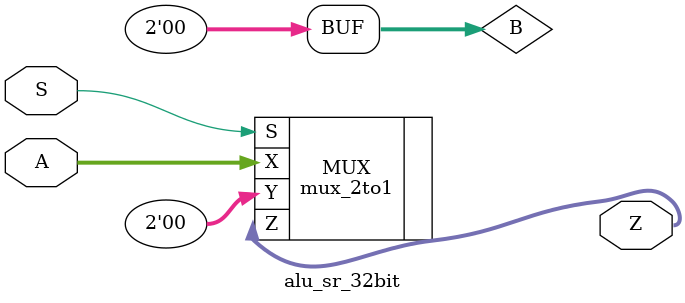
<source format=v>
`timescale 1ns / 1ps
`default_nettype none
module alu_sr_32bit(A, S, Z);

    parameter N = 2;

	//port definitions

	input wire [(N-1):0] A;
	input wire S;
    output wire [(N-1):0] Z;
    wire [(N-1):0] B;

    assign B[N-1:0] = 32'd0;
    
	mux_2to1 #(.N(N)) MUX (.X(A), .Y(B), .S(S), .Z(Z));
endmodule
`default_nettype wire

</source>
